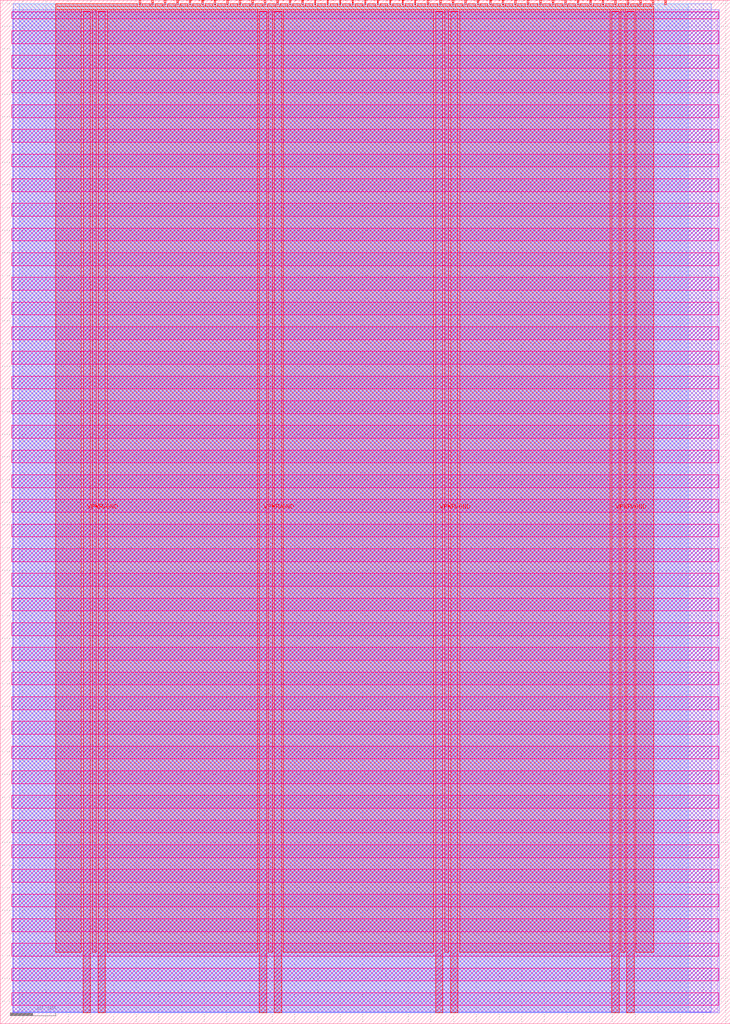
<source format=lef>
VERSION 5.7 ;
  NOWIREEXTENSIONATPIN ON ;
  DIVIDERCHAR "/" ;
  BUSBITCHARS "[]" ;
MACRO tt_um_thexeno_rgbw_controller
  CLASS BLOCK ;
  FOREIGN tt_um_thexeno_rgbw_controller ;
  ORIGIN 0.000 0.000 ;
  SIZE 161.000 BY 225.760 ;
  PIN VGND
    DIRECTION INOUT ;
    USE GROUND ;
    PORT
      LAYER met4 ;
        RECT 21.580 2.480 23.180 223.280 ;
    END
    PORT
      LAYER met4 ;
        RECT 60.450 2.480 62.050 223.280 ;
    END
    PORT
      LAYER met4 ;
        RECT 99.320 2.480 100.920 223.280 ;
    END
    PORT
      LAYER met4 ;
        RECT 138.190 2.480 139.790 223.280 ;
    END
  END VGND
  PIN VPWR
    DIRECTION INOUT ;
    USE POWER ;
    PORT
      LAYER met4 ;
        RECT 18.280 2.480 19.880 223.280 ;
    END
    PORT
      LAYER met4 ;
        RECT 57.150 2.480 58.750 223.280 ;
    END
    PORT
      LAYER met4 ;
        RECT 96.020 2.480 97.620 223.280 ;
    END
    PORT
      LAYER met4 ;
        RECT 134.890 2.480 136.490 223.280 ;
    END
  END VPWR
  PIN clk
    DIRECTION INPUT ;
    USE SIGNAL ;
    ANTENNAGATEAREA 0.852000 ;
    PORT
      LAYER met4 ;
        RECT 143.830 224.760 144.130 225.760 ;
    END
  END clk
  PIN ena
    DIRECTION INPUT ;
    USE SIGNAL ;
    PORT
      LAYER met4 ;
        RECT 146.590 224.760 146.890 225.760 ;
    END
  END ena
  PIN rst_n
    DIRECTION INPUT ;
    USE SIGNAL ;
    ANTENNAGATEAREA 0.196500 ;
    PORT
      LAYER met4 ;
        RECT 141.070 224.760 141.370 225.760 ;
    END
  END rst_n
  PIN ui_in[0]
    DIRECTION INPUT ;
    USE SIGNAL ;
    PORT
      LAYER met4 ;
        RECT 138.310 224.760 138.610 225.760 ;
    END
  END ui_in[0]
  PIN ui_in[1]
    DIRECTION INPUT ;
    USE SIGNAL ;
    PORT
      LAYER met4 ;
        RECT 135.550 224.760 135.850 225.760 ;
    END
  END ui_in[1]
  PIN ui_in[2]
    DIRECTION INPUT ;
    USE SIGNAL ;
    PORT
      LAYER met4 ;
        RECT 132.790 224.760 133.090 225.760 ;
    END
  END ui_in[2]
  PIN ui_in[3]
    DIRECTION INPUT ;
    USE SIGNAL ;
    ANTENNAGATEAREA 0.196500 ;
    PORT
      LAYER met4 ;
        RECT 130.030 224.760 130.330 225.760 ;
    END
  END ui_in[3]
  PIN ui_in[4]
    DIRECTION INPUT ;
    USE SIGNAL ;
    ANTENNAGATEAREA 0.196500 ;
    PORT
      LAYER met4 ;
        RECT 127.270 224.760 127.570 225.760 ;
    END
  END ui_in[4]
  PIN ui_in[5]
    DIRECTION INPUT ;
    USE SIGNAL ;
    ANTENNAGATEAREA 0.196500 ;
    PORT
      LAYER met4 ;
        RECT 124.510 224.760 124.810 225.760 ;
    END
  END ui_in[5]
  PIN ui_in[6]
    DIRECTION INPUT ;
    USE SIGNAL ;
    ANTENNAGATEAREA 0.196500 ;
    PORT
      LAYER met4 ;
        RECT 121.750 224.760 122.050 225.760 ;
    END
  END ui_in[6]
  PIN ui_in[7]
    DIRECTION INPUT ;
    USE SIGNAL ;
    PORT
      LAYER met4 ;
        RECT 118.990 224.760 119.290 225.760 ;
    END
  END ui_in[7]
  PIN uio_in[0]
    DIRECTION INPUT ;
    USE SIGNAL ;
    PORT
      LAYER met4 ;
        RECT 116.230 224.760 116.530 225.760 ;
    END
  END uio_in[0]
  PIN uio_in[1]
    DIRECTION INPUT ;
    USE SIGNAL ;
    PORT
      LAYER met4 ;
        RECT 113.470 224.760 113.770 225.760 ;
    END
  END uio_in[1]
  PIN uio_in[2]
    DIRECTION INPUT ;
    USE SIGNAL ;
    PORT
      LAYER met4 ;
        RECT 110.710 224.760 111.010 225.760 ;
    END
  END uio_in[2]
  PIN uio_in[3]
    DIRECTION INPUT ;
    USE SIGNAL ;
    PORT
      LAYER met4 ;
        RECT 107.950 224.760 108.250 225.760 ;
    END
  END uio_in[3]
  PIN uio_in[4]
    DIRECTION INPUT ;
    USE SIGNAL ;
    PORT
      LAYER met4 ;
        RECT 105.190 224.760 105.490 225.760 ;
    END
  END uio_in[4]
  PIN uio_in[5]
    DIRECTION INPUT ;
    USE SIGNAL ;
    PORT
      LAYER met4 ;
        RECT 102.430 224.760 102.730 225.760 ;
    END
  END uio_in[5]
  PIN uio_in[6]
    DIRECTION INPUT ;
    USE SIGNAL ;
    PORT
      LAYER met4 ;
        RECT 99.670 224.760 99.970 225.760 ;
    END
  END uio_in[6]
  PIN uio_in[7]
    DIRECTION INPUT ;
    USE SIGNAL ;
    PORT
      LAYER met4 ;
        RECT 96.910 224.760 97.210 225.760 ;
    END
  END uio_in[7]
  PIN uio_oe[0]
    DIRECTION OUTPUT ;
    USE SIGNAL ;
    ANTENNADIFFAREA 0.445500 ;
    PORT
      LAYER met4 ;
        RECT 49.990 224.760 50.290 225.760 ;
    END
  END uio_oe[0]
  PIN uio_oe[1]
    DIRECTION OUTPUT ;
    USE SIGNAL ;
    ANTENNADIFFAREA 0.445500 ;
    PORT
      LAYER met4 ;
        RECT 47.230 224.760 47.530 225.760 ;
    END
  END uio_oe[1]
  PIN uio_oe[2]
    DIRECTION OUTPUT ;
    USE SIGNAL ;
    ANTENNADIFFAREA 0.445500 ;
    PORT
      LAYER met4 ;
        RECT 44.470 224.760 44.770 225.760 ;
    END
  END uio_oe[2]
  PIN uio_oe[3]
    DIRECTION OUTPUT ;
    USE SIGNAL ;
    ANTENNADIFFAREA 0.445500 ;
    PORT
      LAYER met4 ;
        RECT 41.710 224.760 42.010 225.760 ;
    END
  END uio_oe[3]
  PIN uio_oe[4]
    DIRECTION OUTPUT ;
    USE SIGNAL ;
    ANTENNADIFFAREA 0.445500 ;
    PORT
      LAYER met4 ;
        RECT 38.950 224.760 39.250 225.760 ;
    END
  END uio_oe[4]
  PIN uio_oe[5]
    DIRECTION OUTPUT ;
    USE SIGNAL ;
    ANTENNADIFFAREA 0.445500 ;
    PORT
      LAYER met4 ;
        RECT 36.190 224.760 36.490 225.760 ;
    END
  END uio_oe[5]
  PIN uio_oe[6]
    DIRECTION OUTPUT ;
    USE SIGNAL ;
    ANTENNADIFFAREA 0.445500 ;
    PORT
      LAYER met4 ;
        RECT 33.430 224.760 33.730 225.760 ;
    END
  END uio_oe[6]
  PIN uio_oe[7]
    DIRECTION OUTPUT ;
    USE SIGNAL ;
    ANTENNADIFFAREA 0.445500 ;
    PORT
      LAYER met4 ;
        RECT 30.670 224.760 30.970 225.760 ;
    END
  END uio_oe[7]
  PIN uio_out[0]
    DIRECTION OUTPUT ;
    USE SIGNAL ;
    ANTENNAGATEAREA 0.247500 ;
    ANTENNADIFFAREA 0.445500 ;
    PORT
      LAYER met4 ;
        RECT 72.070 224.760 72.370 225.760 ;
    END
  END uio_out[0]
  PIN uio_out[1]
    DIRECTION OUTPUT ;
    USE SIGNAL ;
    ANTENNAGATEAREA 0.247500 ;
    ANTENNADIFFAREA 0.445500 ;
    PORT
      LAYER met4 ;
        RECT 69.310 224.760 69.610 225.760 ;
    END
  END uio_out[1]
  PIN uio_out[2]
    DIRECTION OUTPUT ;
    USE SIGNAL ;
    ANTENNAGATEAREA 0.247500 ;
    ANTENNADIFFAREA 0.445500 ;
    PORT
      LAYER met4 ;
        RECT 66.550 224.760 66.850 225.760 ;
    END
  END uio_out[2]
  PIN uio_out[3]
    DIRECTION OUTPUT ;
    USE SIGNAL ;
    ANTENNAGATEAREA 0.247500 ;
    ANTENNADIFFAREA 0.445500 ;
    PORT
      LAYER met4 ;
        RECT 63.790 224.760 64.090 225.760 ;
    END
  END uio_out[3]
  PIN uio_out[4]
    DIRECTION OUTPUT ;
    USE SIGNAL ;
    ANTENNAGATEAREA 0.247500 ;
    ANTENNADIFFAREA 0.445500 ;
    PORT
      LAYER met4 ;
        RECT 61.030 224.760 61.330 225.760 ;
    END
  END uio_out[4]
  PIN uio_out[5]
    DIRECTION OUTPUT ;
    USE SIGNAL ;
    ANTENNAGATEAREA 0.247500 ;
    ANTENNADIFFAREA 0.445500 ;
    PORT
      LAYER met4 ;
        RECT 58.270 224.760 58.570 225.760 ;
    END
  END uio_out[5]
  PIN uio_out[6]
    DIRECTION OUTPUT ;
    USE SIGNAL ;
    ANTENNAGATEAREA 0.247500 ;
    ANTENNADIFFAREA 0.445500 ;
    PORT
      LAYER met4 ;
        RECT 55.510 224.760 55.810 225.760 ;
    END
  END uio_out[6]
  PIN uio_out[7]
    DIRECTION OUTPUT ;
    USE SIGNAL ;
    ANTENNAGATEAREA 0.247500 ;
    ANTENNADIFFAREA 0.445500 ;
    PORT
      LAYER met4 ;
        RECT 52.750 224.760 53.050 225.760 ;
    END
  END uio_out[7]
  PIN uo_out[0]
    DIRECTION OUTPUT ;
    USE SIGNAL ;
    ANTENNADIFFAREA 0.445500 ;
    PORT
      LAYER met4 ;
        RECT 94.150 224.760 94.450 225.760 ;
    END
  END uo_out[0]
  PIN uo_out[1]
    DIRECTION OUTPUT ;
    USE SIGNAL ;
    ANTENNADIFFAREA 0.445500 ;
    PORT
      LAYER met4 ;
        RECT 91.390 224.760 91.690 225.760 ;
    END
  END uo_out[1]
  PIN uo_out[2]
    DIRECTION OUTPUT ;
    USE SIGNAL ;
    ANTENNADIFFAREA 0.445500 ;
    PORT
      LAYER met4 ;
        RECT 88.630 224.760 88.930 225.760 ;
    END
  END uo_out[2]
  PIN uo_out[3]
    DIRECTION OUTPUT ;
    USE SIGNAL ;
    ANTENNADIFFAREA 0.445500 ;
    PORT
      LAYER met4 ;
        RECT 85.870 224.760 86.170 225.760 ;
    END
  END uo_out[3]
  PIN uo_out[4]
    DIRECTION OUTPUT ;
    USE SIGNAL ;
    ANTENNADIFFAREA 0.445500 ;
    PORT
      LAYER met4 ;
        RECT 83.110 224.760 83.410 225.760 ;
    END
  END uo_out[4]
  PIN uo_out[5]
    DIRECTION OUTPUT ;
    USE SIGNAL ;
    ANTENNADIFFAREA 0.445500 ;
    PORT
      LAYER met4 ;
        RECT 80.350 224.760 80.650 225.760 ;
    END
  END uo_out[5]
  PIN uo_out[6]
    DIRECTION OUTPUT ;
    USE SIGNAL ;
    ANTENNADIFFAREA 0.445500 ;
    PORT
      LAYER met4 ;
        RECT 77.590 224.760 77.890 225.760 ;
    END
  END uo_out[6]
  PIN uo_out[7]
    DIRECTION OUTPUT ;
    USE SIGNAL ;
    ANTENNADIFFAREA 0.445500 ;
    PORT
      LAYER met4 ;
        RECT 74.830 224.760 75.130 225.760 ;
    END
  END uo_out[7]
  OBS
      LAYER nwell ;
        RECT 2.570 221.625 158.430 223.230 ;
        RECT 2.570 216.185 158.430 219.015 ;
        RECT 2.570 210.745 158.430 213.575 ;
        RECT 2.570 205.305 158.430 208.135 ;
        RECT 2.570 199.865 158.430 202.695 ;
        RECT 2.570 194.425 158.430 197.255 ;
        RECT 2.570 188.985 158.430 191.815 ;
        RECT 2.570 183.545 158.430 186.375 ;
        RECT 2.570 178.105 158.430 180.935 ;
        RECT 2.570 172.665 158.430 175.495 ;
        RECT 2.570 167.225 158.430 170.055 ;
        RECT 2.570 161.785 158.430 164.615 ;
        RECT 2.570 156.345 158.430 159.175 ;
        RECT 2.570 150.905 158.430 153.735 ;
        RECT 2.570 145.465 158.430 148.295 ;
        RECT 2.570 140.025 158.430 142.855 ;
        RECT 2.570 134.585 158.430 137.415 ;
        RECT 2.570 129.145 158.430 131.975 ;
        RECT 2.570 123.705 158.430 126.535 ;
        RECT 2.570 118.265 158.430 121.095 ;
        RECT 2.570 112.825 158.430 115.655 ;
        RECT 2.570 107.385 158.430 110.215 ;
        RECT 2.570 101.945 158.430 104.775 ;
        RECT 2.570 96.505 158.430 99.335 ;
        RECT 2.570 91.065 158.430 93.895 ;
        RECT 2.570 85.625 158.430 88.455 ;
        RECT 2.570 80.185 158.430 83.015 ;
        RECT 2.570 74.745 158.430 77.575 ;
        RECT 2.570 69.305 158.430 72.135 ;
        RECT 2.570 63.865 158.430 66.695 ;
        RECT 2.570 58.425 158.430 61.255 ;
        RECT 2.570 52.985 158.430 55.815 ;
        RECT 2.570 47.545 158.430 50.375 ;
        RECT 2.570 42.105 158.430 44.935 ;
        RECT 2.570 36.665 158.430 39.495 ;
        RECT 2.570 31.225 158.430 34.055 ;
        RECT 2.570 25.785 158.430 28.615 ;
        RECT 2.570 20.345 158.430 23.175 ;
        RECT 2.570 14.905 158.430 17.735 ;
        RECT 2.570 9.465 158.430 12.295 ;
        RECT 2.570 4.025 158.430 6.855 ;
      LAYER li1 ;
        RECT 2.760 2.635 158.240 223.125 ;
      LAYER met1 ;
        RECT 2.760 2.480 158.540 223.680 ;
      LAYER met2 ;
        RECT 2.860 2.535 156.760 224.925 ;
      LAYER met3 ;
        RECT 4.205 2.555 151.735 224.905 ;
      LAYER met4 ;
        RECT 12.255 224.360 30.270 224.905 ;
        RECT 31.370 224.360 33.030 224.905 ;
        RECT 34.130 224.360 35.790 224.905 ;
        RECT 36.890 224.360 38.550 224.905 ;
        RECT 39.650 224.360 41.310 224.905 ;
        RECT 42.410 224.360 44.070 224.905 ;
        RECT 45.170 224.360 46.830 224.905 ;
        RECT 47.930 224.360 49.590 224.905 ;
        RECT 50.690 224.360 52.350 224.905 ;
        RECT 53.450 224.360 55.110 224.905 ;
        RECT 56.210 224.360 57.870 224.905 ;
        RECT 58.970 224.360 60.630 224.905 ;
        RECT 61.730 224.360 63.390 224.905 ;
        RECT 64.490 224.360 66.150 224.905 ;
        RECT 67.250 224.360 68.910 224.905 ;
        RECT 70.010 224.360 71.670 224.905 ;
        RECT 72.770 224.360 74.430 224.905 ;
        RECT 75.530 224.360 77.190 224.905 ;
        RECT 78.290 224.360 79.950 224.905 ;
        RECT 81.050 224.360 82.710 224.905 ;
        RECT 83.810 224.360 85.470 224.905 ;
        RECT 86.570 224.360 88.230 224.905 ;
        RECT 89.330 224.360 90.990 224.905 ;
        RECT 92.090 224.360 93.750 224.905 ;
        RECT 94.850 224.360 96.510 224.905 ;
        RECT 97.610 224.360 99.270 224.905 ;
        RECT 100.370 224.360 102.030 224.905 ;
        RECT 103.130 224.360 104.790 224.905 ;
        RECT 105.890 224.360 107.550 224.905 ;
        RECT 108.650 224.360 110.310 224.905 ;
        RECT 111.410 224.360 113.070 224.905 ;
        RECT 114.170 224.360 115.830 224.905 ;
        RECT 116.930 224.360 118.590 224.905 ;
        RECT 119.690 224.360 121.350 224.905 ;
        RECT 122.450 224.360 124.110 224.905 ;
        RECT 125.210 224.360 126.870 224.905 ;
        RECT 127.970 224.360 129.630 224.905 ;
        RECT 130.730 224.360 132.390 224.905 ;
        RECT 133.490 224.360 135.150 224.905 ;
        RECT 136.250 224.360 137.910 224.905 ;
        RECT 139.010 224.360 140.670 224.905 ;
        RECT 141.770 224.360 143.430 224.905 ;
        RECT 12.255 223.680 144.145 224.360 ;
        RECT 12.255 15.815 17.880 223.680 ;
        RECT 20.280 15.815 21.180 223.680 ;
        RECT 23.580 15.815 56.750 223.680 ;
        RECT 59.150 15.815 60.050 223.680 ;
        RECT 62.450 15.815 95.620 223.680 ;
        RECT 98.020 15.815 98.920 223.680 ;
        RECT 101.320 15.815 134.490 223.680 ;
        RECT 136.890 15.815 137.790 223.680 ;
        RECT 140.190 15.815 144.145 223.680 ;
  END
END tt_um_thexeno_rgbw_controller
END LIBRARY


</source>
